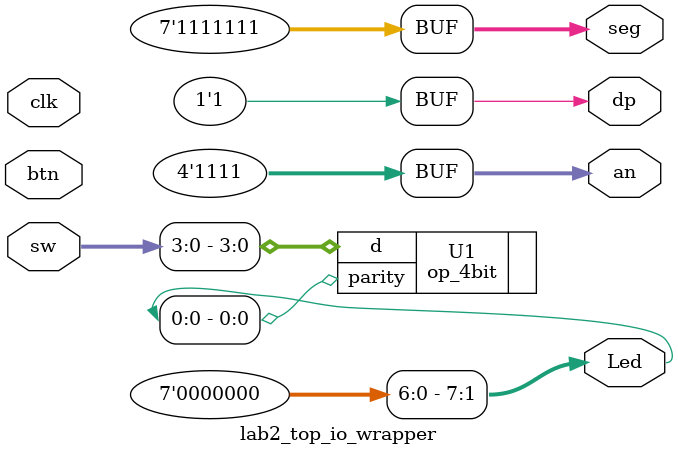
<source format=v>
`timescale 1ns / 1ps
module lab2_top_io_wrapper(
    input clk,
    output [6:0] seg,
    output dp,
    output [3:0] an,
    output [7:0] Led,
    input [7:0] sw,
    input [3:0] btn
    );
	 
	// --------- outputs ----------
	// shut everything off as a default
	// seven segment decoder with decimal point
	assign seg = 7'b1111111;	// low is on
	assign dp = 4'b1111;	// low is on
	// anodes for each digit
	assign an = 4'b1111;	// low is on
	// regular leds
//	assign Led = 8'b00000000;	// high is on
	assign Led[7:1] = 0;
	
	// Instantiate the top module
	op_4bit U1 (
		.d(sw[3:0]), .parity(Led[0])
	);

endmodule

</source>
